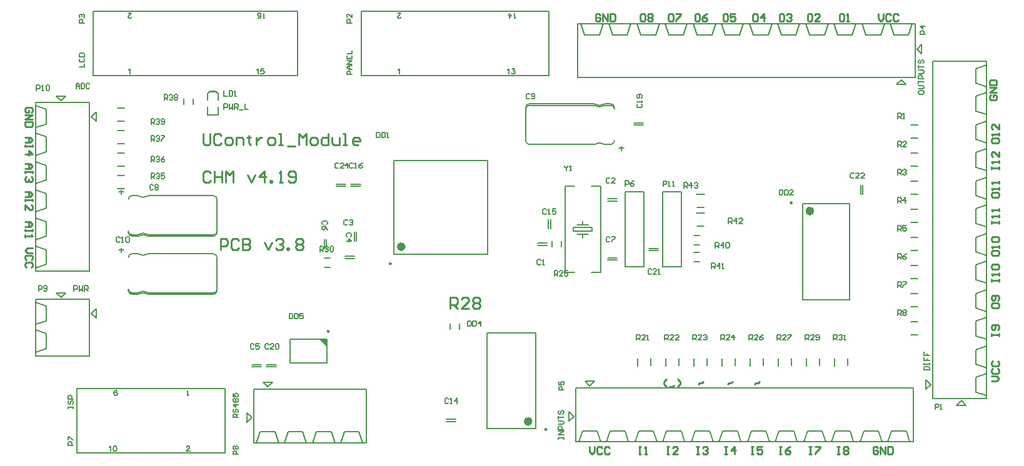
<source format=gto>
G04 Layer_Color=65535*
%FSAX42Y42*%
%MOMM*%
G71*
G01*
G75*
%ADD10C,0.60*%
%ADD11C,0.25*%
%ADD12C,0.13*%
%ADD13C,0.20*%
%ADD14C,0.25*%
G36*
X007257Y006610D02*
X007157Y006710D01*
X007257Y006710D01*
X007257Y006610D01*
X007257Y006610D02*
G37*
D10*
X013831Y008449D02*
G03*
X013831Y008449I-000030J000000D01*
G01*
X008295Y007965D02*
G03*
X008295Y007965I-000030J000000D01*
G01*
X010014Y005597D02*
G03*
X010014Y005597I-000030J000000D01*
G01*
D11*
X013558Y008561D02*
G03*
X013558Y008561I-000012J000000D01*
G01*
X008130Y007735D02*
G03*
X008130Y007735I-000012J000000D01*
G01*
X007289Y006820D02*
G03*
X007289Y006820I-000012J000000D01*
G01*
X010236Y005490D02*
G03*
X010236Y005490I-000012J000000D01*
G01*
D12*
X004815Y008136D02*
G03*
X004727Y008136I-000044J-000070D01*
G01*
X004698Y008128D02*
G03*
X004727Y008136I000000J000053D01*
G01*
X004571Y008174D02*
G03*
X004621Y008128I000048J000002D01*
G01*
X004815Y008136D02*
G03*
X004844Y008128I000028J000045D01*
G01*
X005721Y008128D02*
G03*
X005771Y008174I000002J000048D01*
G01*
X004815Y008116D02*
G03*
X004727Y008116I-000044J-000064D01*
G01*
X004571Y008157D02*
G03*
X004621Y008107I000050J000000D01*
G01*
X004815Y008116D02*
G03*
X004844Y008107I000028J000041D01*
G01*
X004698Y008107D02*
G03*
X004727Y008116I000000J000050D01*
G01*
X005721Y008107D02*
G03*
X005771Y008157I000000J000050D01*
G01*
X004727Y008648D02*
G03*
X004815Y008648I000044J000064D01*
G01*
X004727Y008648D02*
G03*
X004698Y008657I-000029J-000041D01*
G01*
X004621Y008657D02*
G03*
X004571Y008607I000000J-000050D01*
G01*
X004844Y008657D02*
G03*
X004815Y008648I000000J-000050D01*
G01*
X005771Y008607D02*
G03*
X005721Y008657I-000050J000000D01*
G01*
X004815Y007349D02*
G03*
X004727Y007349I-000044J-000070D01*
G01*
X004698Y007340D02*
G03*
X004727Y007349I000000J000053D01*
G01*
X004571Y007387D02*
G03*
X004621Y007340I000048J000002D01*
G01*
X004815Y007349D02*
G03*
X004844Y007340I000028J000045D01*
G01*
X005721Y007340D02*
G03*
X005771Y007387I000002J000048D01*
G01*
X004815Y007329D02*
G03*
X004727Y007329I-000044J-000064D01*
G01*
X004571Y007370D02*
G03*
X004621Y007320I000050J000000D01*
G01*
X004815Y007329D02*
G03*
X004844Y007320I000028J000041D01*
G01*
X004698Y007320D02*
G03*
X004727Y007329I000000J000050D01*
G01*
X005721Y007320D02*
G03*
X005771Y007370I000000J000050D01*
G01*
X004727Y007861D02*
G03*
X004815Y007861I000044J000064D01*
G01*
X004727Y007861D02*
G03*
X004698Y007870I-000029J-000041D01*
G01*
X004621Y007870D02*
G03*
X004571Y007820I000000J-000050D01*
G01*
X004844Y007870D02*
G03*
X004815Y007861I000000J-000050D01*
G01*
X005771Y007820D02*
G03*
X005721Y007870I-000050J000000D01*
G01*
X010907Y009873D02*
G03*
X010996Y009873I000044J000070D01*
G01*
X011025Y009881D02*
G03*
X010996Y009873I-000000J-000053D01*
G01*
X011152Y009834D02*
G03*
X011102Y009881I-000048J-000002D01*
G01*
X010907Y009873D02*
G03*
X010879Y009881I-000028J-000045D01*
G01*
X010002Y009881D02*
G03*
X009952Y009834I-000002J-000048D01*
G01*
X010907Y009893D02*
G03*
X010996Y009893I000044J000064D01*
G01*
X011152Y009852D02*
G03*
X011102Y009902I-000050J000000D01*
G01*
X010907Y009893D02*
G03*
X010879Y009902I-000028J-000041D01*
G01*
X011025Y009902D02*
G03*
X010996Y009893I000000J-000050D01*
G01*
X010002Y009902D02*
G03*
X009952Y009852I000000J-000050D01*
G01*
X010996Y009360D02*
G03*
X010907Y009360I-000044J-000064D01*
G01*
X010996Y009360D02*
G03*
X011025Y009351I000029J000041D01*
G01*
X011102Y009351D02*
G03*
X011152Y009402I000000J000050D01*
G01*
X010879Y009351D02*
G03*
X010907Y009360I000000J000050D01*
G01*
X009952Y009402D02*
G03*
X010002Y009351I000050J000000D01*
G01*
X003463Y007726D02*
X003463Y007926D01*
X003313Y007976D02*
X003463Y007926D01*
X003313Y007676D02*
X003463Y007726D01*
X003463Y008107D02*
X003463Y008307D01*
X003313Y008357D02*
X003463Y008307D01*
X003313Y008057D02*
X003463Y008107D01*
X003463Y008869D02*
X003463Y009069D01*
X003313Y009119D02*
X003463Y009069D01*
X003313Y008819D02*
X003463Y008869D01*
X003463Y008488D02*
X003463Y008688D01*
X003313Y008738D02*
X003463Y008688D01*
X003313Y008438D02*
X003463Y008488D01*
X003463Y009253D02*
X003463Y009453D01*
X003313Y009503D02*
X003463Y009453D01*
X003313Y009203D02*
X003463Y009253D01*
X003463Y009628D02*
X003463Y009828D01*
X003313Y009878D02*
X003463Y009828D01*
X003313Y009578D02*
X003463Y009628D01*
X003313Y007633D02*
X004043Y007633D01*
X003313Y007633D02*
X003313Y009919D01*
X004043Y009919D01*
X004043Y007633D02*
X004043Y009919D01*
X004072Y009728D02*
X004135Y009665D01*
X004135Y009792D01*
X004072Y009728D02*
X004135Y009792D01*
X003658Y009944D02*
X003721Y010008D01*
X003594Y010008D02*
X003721Y010008D01*
X003594Y010008D02*
X003658Y009944D01*
X004422Y009233D02*
X004519Y009233D01*
X004420Y009055D02*
X004521Y009055D01*
X004422Y008928D02*
X004519Y008928D01*
X004420Y008750D02*
X004521Y008750D01*
X004422Y009843D02*
X004519Y009843D01*
X004420Y009665D02*
X004521Y009665D01*
X004422Y009538D02*
X004519Y009538D01*
X004420Y009360D02*
X004521Y009360D01*
X015166Y006947D02*
X015263Y006947D01*
X015164Y006769D02*
X015265Y006769D01*
X015166Y007328D02*
X015263Y007328D01*
X015164Y007150D02*
X015265Y007150D01*
X015166Y007709D02*
X015263Y007709D01*
X015164Y007531D02*
X015265Y007531D01*
X015166Y008090D02*
X015263Y008090D01*
X015164Y007912D02*
X015265Y007912D01*
X015166Y008471D02*
X015263Y008471D01*
X015164Y008293D02*
X015265Y008293D01*
X015166Y008852D02*
X015263Y008852D01*
X015164Y008674D02*
X015265Y008674D01*
X015166Y009233D02*
X015263Y009233D01*
X015164Y009055D02*
X015265Y009055D01*
X015166Y009614D02*
X015263Y009614D01*
X015164Y009436D02*
X015265Y009436D01*
X014518Y008672D02*
X014518Y008803D01*
X014488Y008672D02*
X014488Y008803D01*
X008876Y005598D02*
X009006Y005598D01*
X008876Y005628D02*
X009006Y005628D01*
X010110Y008015D02*
X010240Y008015D01*
X010110Y007985D02*
X010240Y007985D01*
X011060Y008585D02*
X011190Y008585D01*
X011060Y008615D02*
X011190Y008615D01*
X007630Y008037D02*
X007630Y008168D01*
X007660Y008037D02*
X007660Y008168D01*
X007504Y007838D02*
X007634Y007838D01*
X007504Y007808D02*
X007634Y007808D01*
X006242Y006335D02*
X006372Y006335D01*
X006242Y006365D02*
X006372Y006365D01*
X007254Y007936D02*
X007254Y008066D01*
X007224Y007936D02*
X007224Y008066D01*
X011060Y007815D02*
X011190Y007815D01*
X011060Y007785D02*
X011190Y007785D01*
X004571Y008157D02*
X004571Y008171D01*
X005771Y008157D02*
X005771Y008171D01*
X004621Y008128D02*
X004698Y008128D01*
X005771Y008174D02*
X005771Y008607D01*
X004844Y008128D02*
X005721Y008128D01*
X004621Y008107D02*
X004698Y008107D01*
X004844Y008107D02*
X005721Y008107D01*
X004621Y008657D02*
X004698Y008657D01*
X004844Y008657D02*
X005721Y008657D01*
X004571Y007370D02*
X004571Y007384D01*
X005771Y007370D02*
X005771Y007384D01*
X004621Y007340D02*
X004698Y007340D01*
X005771Y007387D02*
X005771Y007820D01*
X004844Y007340D02*
X005721Y007340D01*
X004621Y007320D02*
X004698Y007320D01*
X004844Y007320D02*
X005721Y007320D01*
X004621Y007870D02*
X004698Y007870D01*
X004844Y007870D02*
X005721Y007870D01*
X010260Y008210D02*
X010260Y008340D01*
X010290Y008210D02*
X010290Y008340D01*
X007585Y008785D02*
X007715Y008785D01*
X007585Y008815D02*
X007715Y008815D01*
X011416Y009642D02*
X011546Y009642D01*
X011416Y009612D02*
X011546Y009612D01*
X006442Y006335D02*
X006572Y006335D01*
X006442Y006365D02*
X006572Y006365D01*
X011619Y007940D02*
X011749Y007940D01*
X011619Y007910D02*
X011749Y007910D01*
X007385Y008785D02*
X007515Y008785D01*
X007385Y008815D02*
X007515Y008815D01*
X006757Y006390D02*
X006757Y006710D01*
X007257Y006390D02*
X007257Y006710D01*
X006757Y006390D02*
X007257Y006390D01*
X006757Y006710D02*
X007257Y006710D01*
X005647Y010041D02*
X005667Y010061D01*
X005762Y010061D01*
X005662Y010056D02*
X005680Y010074D01*
X005750Y010074D02*
X005765Y010058D01*
X005762Y010061D02*
X005783Y010041D01*
X005783Y009951D02*
X005783Y010041D01*
X005647Y009951D02*
X005647Y010041D01*
X005647Y009751D02*
X005783Y009751D01*
X005783Y009861D01*
X005647Y009751D02*
X005647Y009861D01*
X005680Y010074D02*
X005750Y010074D01*
X007730Y010281D02*
X007730Y011157D01*
X010270Y010281D02*
X010270Y011157D01*
X007730Y010281D02*
X010270Y010281D01*
X007730Y011157D02*
X010270Y011157D01*
X004092Y011157D02*
X006861Y011157D01*
X004092Y010281D02*
X006861Y010281D01*
X006861Y011157D01*
X004092Y010281D02*
X004092Y011157D01*
X016045Y007133D02*
X016045Y007333D01*
X016045Y007133D02*
X016195Y007083D01*
X016045Y007333D02*
X016195Y007383D01*
X016045Y006758D02*
X016045Y006958D01*
X016045Y006758D02*
X016195Y006708D01*
X016045Y006958D02*
X016195Y007008D01*
X016195Y006668D02*
X016195Y007433D01*
X015465Y006668D02*
X015465Y007433D01*
X015850Y005880D02*
X015913Y005817D01*
X015786Y005817D02*
X015913Y005817D01*
X015786Y005817D02*
X015850Y005880D01*
X015372Y006033D02*
X015436Y006096D01*
X015372Y006033D02*
X015372Y006160D01*
X015436Y006096D01*
X015465Y005906D02*
X015465Y006671D01*
X015465Y005906D02*
X016195Y005906D01*
X016195Y006671D01*
X016045Y006196D02*
X016195Y006246D01*
X016045Y005996D02*
X016195Y005946D01*
X016045Y005996D02*
X016045Y006196D01*
X016045Y006571D02*
X016195Y006621D01*
X016045Y006371D02*
X016195Y006321D01*
X016045Y006371D02*
X016045Y006571D01*
X016045Y007895D02*
X016045Y008095D01*
X016045Y007895D02*
X016195Y007845D01*
X016045Y008095D02*
X016195Y008145D01*
X016045Y007520D02*
X016045Y007720D01*
X016045Y007520D02*
X016195Y007470D01*
X016045Y007720D02*
X016195Y007770D01*
X016195Y007430D02*
X016195Y008195D01*
X015465Y007430D02*
X015465Y008195D01*
X015465Y008192D02*
X015465Y008957D01*
X016195Y008192D02*
X016195Y008957D01*
X016045Y008482D02*
X016195Y008532D01*
X016045Y008282D02*
X016195Y008232D01*
X016045Y008282D02*
X016045Y008482D01*
X016045Y008857D02*
X016195Y008907D01*
X016045Y008657D02*
X016195Y008607D01*
X016045Y008657D02*
X016045Y008857D01*
X016045Y010181D02*
X016045Y010381D01*
X016045Y010181D02*
X016195Y010131D01*
X016045Y010381D02*
X016195Y010431D01*
X016045Y009806D02*
X016045Y010006D01*
X016045Y009806D02*
X016195Y009756D01*
X016045Y010006D02*
X016195Y010056D01*
X015465Y010481D02*
X016195Y010481D01*
X016195Y009716D02*
X016195Y010481D01*
X015465Y009716D02*
X015465Y010481D01*
X015465Y008954D02*
X015465Y009719D01*
X016195Y008954D02*
X016195Y009719D01*
X016045Y009244D02*
X016195Y009294D01*
X016045Y009044D02*
X016195Y008994D01*
X016045Y009044D02*
X016045Y009244D01*
X016045Y009619D02*
X016195Y009669D01*
X016045Y009419D02*
X016195Y009369D01*
X016045Y009419D02*
X016045Y009619D01*
X005878Y005168D02*
X005878Y006044D01*
X003872Y005168D02*
X003872Y006044D01*
X005878Y006044D01*
X003872Y005168D02*
X005878Y005168D01*
X006732Y005455D02*
X006932Y005455D01*
X006682Y005305D02*
X006732Y005455D01*
X006932Y005455D02*
X006982Y005305D01*
X006357Y005455D02*
X006557Y005455D01*
X006307Y005305D02*
X006357Y005455D01*
X006557Y005455D02*
X006607Y005305D01*
X006267Y005305D02*
X007032Y005305D01*
X006267Y005305D02*
X006267Y006035D01*
X007032Y006035D01*
X006457Y006064D02*
X006521Y006128D01*
X006394Y006128D02*
X006521Y006128D01*
X006394Y006128D02*
X006457Y006064D01*
X006178Y005713D02*
X006241Y005650D01*
X006178Y005587D02*
X006178Y005713D01*
X006178Y005587D02*
X006241Y005650D01*
X007029Y006035D02*
X007794Y006035D01*
X007029Y005305D02*
X007794Y005305D01*
X007794Y006035D01*
X007319Y005455D02*
X007369Y005305D01*
X007069Y005305D02*
X007119Y005455D01*
X007319Y005455D01*
X007694Y005455D02*
X007744Y005305D01*
X007444Y005305D02*
X007494Y005455D01*
X007694Y005455D01*
X003594Y007341D02*
X003658Y007277D01*
X003594Y007341D02*
X003721Y007341D01*
X003658Y007277D02*
X003721Y007341D01*
X004072Y007061D02*
X004135Y007125D01*
X004135Y006998D02*
X004135Y007125D01*
X004072Y007061D02*
X004135Y006998D01*
X004043Y006486D02*
X004043Y007252D01*
X003313Y007252D02*
X004043Y007252D01*
X003313Y006486D02*
X003313Y007252D01*
X003313Y006486D02*
X004043Y006486D01*
X003313Y006911D02*
X003463Y006961D01*
X003313Y007211D02*
X003463Y007161D01*
X003463Y006961D02*
X003463Y007161D01*
X003313Y006536D02*
X003463Y006586D01*
X003313Y006836D02*
X003463Y006786D01*
X003463Y006586D02*
X003463Y006786D01*
X010311Y007962D02*
X010311Y008038D01*
X010439Y007962D02*
X010439Y008038D01*
X007226Y007811D02*
X007303Y007811D01*
X007226Y007683D02*
X007303Y007683D01*
X005321Y009893D02*
X005321Y009969D01*
X005448Y009893D02*
X005448Y009969D01*
X010484Y008784D02*
X010611Y008784D01*
X010484Y007616D02*
X010484Y008784D01*
X010725Y008264D02*
X010725Y008314D01*
X010649Y008264D02*
X010801Y008264D01*
X010598Y008175D02*
X010598Y008225D01*
X010852Y008225D01*
X010852Y008175D02*
X010852Y008225D01*
X010598Y008175D02*
X010852Y008175D01*
X010649Y008136D02*
X010801Y008136D01*
X010725Y008086D02*
X010725Y008136D01*
X010839Y008784D02*
X010966Y008784D01*
X010839Y007616D02*
X010966Y007616D01*
X010484Y007616D02*
X010611Y007616D01*
X010966Y007616D02*
X010966Y008784D01*
X014143Y005469D02*
X014343Y005469D01*
X014093Y005319D02*
X014143Y005469D01*
X014343Y005469D02*
X014393Y005319D01*
X013768Y005469D02*
X013968Y005469D01*
X013718Y005319D02*
X013768Y005469D01*
X013968Y005469D02*
X014018Y005319D01*
X013678Y005319D02*
X014443Y005319D01*
X013678Y006049D02*
X014443Y006049D01*
X014440Y006049D02*
X015205Y006049D01*
X014440Y005319D02*
X015205Y005319D01*
X015205Y006049D01*
X014730Y005469D02*
X014780Y005319D01*
X014480Y005319D02*
X014530Y005469D01*
X014730Y005469D01*
X015105Y005469D02*
X015155Y005319D01*
X014855Y005319D02*
X014905Y005469D01*
X015105Y005469D01*
X013381Y005469D02*
X013581Y005469D01*
X013331Y005319D02*
X013381Y005469D01*
X013581Y005469D02*
X013631Y005319D01*
X013006Y005469D02*
X013206Y005469D01*
X012956Y005319D02*
X013006Y005469D01*
X013206Y005469D02*
X013256Y005319D01*
X012916Y005319D02*
X013681Y005319D01*
X012916Y006049D02*
X013681Y006049D01*
X012154Y006049D02*
X012919Y006049D01*
X012154Y005319D02*
X012919Y005319D01*
X012444Y005469D02*
X012494Y005319D01*
X012194Y005319D02*
X012244Y005469D01*
X012444Y005469D01*
X012819Y005469D02*
X012869Y005319D01*
X012569Y005319D02*
X012619Y005469D01*
X012819Y005469D01*
X011095Y005469D02*
X011295Y005469D01*
X011045Y005319D02*
X011095Y005469D01*
X011295Y005469D02*
X011345Y005319D01*
X010720Y005469D02*
X010920Y005469D01*
X010670Y005319D02*
X010720Y005469D01*
X010920Y005469D02*
X010970Y005319D01*
X010630Y005319D02*
X011395Y005319D01*
X010630Y005319D02*
X010630Y006049D01*
X011395Y006049D01*
X010820Y006078D02*
X010884Y006142D01*
X010757Y006142D02*
X010884Y006142D01*
X010757Y006142D02*
X010820Y006078D01*
X010541Y005728D02*
X010604Y005664D01*
X010541Y005601D02*
X010541Y005728D01*
X010541Y005601D02*
X010604Y005664D01*
X011392Y006049D02*
X012157Y006049D01*
X011392Y005319D02*
X012157Y005319D01*
X011682Y005469D02*
X011732Y005319D01*
X011432Y005319D02*
X011482Y005469D01*
X011682Y005469D01*
X012057Y005469D02*
X012107Y005319D01*
X011807Y005319D02*
X011857Y005469D01*
X012057Y005469D01*
X011514Y010838D02*
X011714Y010838D01*
X011764Y010988D01*
X011464Y010988D02*
X011514Y010838D01*
X011889Y010838D02*
X012089Y010838D01*
X012139Y010988D01*
X011839Y010988D02*
X011889Y010838D01*
X011414Y010988D02*
X012179Y010988D01*
X011414Y010258D02*
X012179Y010258D01*
X010652Y010258D02*
X011417Y010258D01*
X010652Y010988D02*
X011417Y010988D01*
X010652Y010258D02*
X010652Y010988D01*
X011077Y010988D02*
X011127Y010838D01*
X011327Y010838D02*
X011377Y010988D01*
X011127Y010838D02*
X011327Y010838D01*
X010702Y010988D02*
X010752Y010838D01*
X010952Y010838D02*
X011002Y010988D01*
X010752Y010838D02*
X010952Y010838D01*
X012276Y010838D02*
X012476Y010838D01*
X012526Y010988D01*
X012226Y010988D02*
X012276Y010838D01*
X012651Y010838D02*
X012851Y010838D01*
X012901Y010988D01*
X012601Y010988D02*
X012651Y010838D01*
X012176Y010988D02*
X012941Y010988D01*
X012176Y010258D02*
X012941Y010258D01*
X012938Y010258D02*
X013703Y010258D01*
X012938Y010988D02*
X013703Y010988D01*
X013363Y010988D02*
X013413Y010838D01*
X013613Y010838D02*
X013663Y010988D01*
X013413Y010838D02*
X013613Y010838D01*
X012988Y010988D02*
X013038Y010838D01*
X013238Y010838D02*
X013288Y010988D01*
X013038Y010838D02*
X013238Y010838D01*
X014562Y010838D02*
X014762Y010838D01*
X014812Y010988D01*
X014512Y010988D02*
X014562Y010838D01*
X014937Y010838D02*
X015137Y010838D01*
X015187Y010988D01*
X014887Y010988D02*
X014937Y010838D01*
X014462Y010988D02*
X015227Y010988D01*
X015227Y010258D02*
X015227Y010988D01*
X014462Y010258D02*
X015227Y010258D01*
X014973Y010165D02*
X015037Y010229D01*
X014973Y010165D02*
X015100Y010165D01*
X015037Y010229D02*
X015100Y010165D01*
X015253Y010643D02*
X015316Y010579D01*
X015316Y010706D01*
X015253Y010643D02*
X015316Y010706D01*
X013700Y010258D02*
X014465Y010258D01*
X013700Y010988D02*
X014465Y010988D01*
X014125Y010988D02*
X014175Y010838D01*
X014375Y010838D02*
X014425Y010988D01*
X014175Y010838D02*
X014375Y010838D01*
X013750Y010988D02*
X013800Y010838D01*
X014000Y010838D02*
X014050Y010988D01*
X013800Y010838D02*
X014000Y010838D01*
X014135Y006350D02*
X014135Y006452D01*
X014313Y006353D02*
X014313Y006449D01*
X013754Y006350D02*
X013754Y006452D01*
X013932Y006353D02*
X013932Y006449D01*
X013373Y006350D02*
X013373Y006452D01*
X013551Y006353D02*
X013551Y006449D01*
X012992Y006350D02*
X012992Y006452D01*
X013170Y006353D02*
X013170Y006449D01*
X012611Y006350D02*
X012611Y006452D01*
X012789Y006353D02*
X012789Y006449D01*
X012230Y006350D02*
X012230Y006452D01*
X012408Y006353D02*
X012408Y006449D01*
X011849Y006350D02*
X011849Y006452D01*
X012027Y006353D02*
X012027Y006449D01*
X011468Y006350D02*
X011468Y006452D01*
X011646Y006353D02*
X011646Y006449D01*
X011152Y009837D02*
X011152Y009852D01*
X009952Y009837D02*
X009952Y009852D01*
X011025Y009881D02*
X011102Y009881D01*
X009952Y009402D02*
X009952Y009834D01*
X010002Y009881D02*
X010879Y009881D01*
X011025Y009902D02*
X011102Y009902D01*
X010002Y009902D02*
X010879Y009902D01*
X011025Y009351D02*
X011102Y009351D01*
X010002Y009351D02*
X010879Y009351D01*
X012268Y008674D02*
X012370Y008674D01*
X012271Y008496D02*
X012367Y008496D01*
X012268Y008420D02*
X012370Y008420D01*
X012271Y008242D02*
X012367Y008242D01*
X012230Y008115D02*
X012306Y008115D01*
X012230Y007988D02*
X012306Y007988D01*
X012230Y007887D02*
X012306Y007887D01*
X012230Y007760D02*
X012306Y007760D01*
X008928Y006845D02*
X008928Y006921D01*
X009055Y006845D02*
X009055Y006921D01*
X003861Y010109D02*
X003861Y010156D01*
X003884Y010179D01*
X003907Y010156D01*
X003907Y010109D01*
X003907Y010144D01*
X003861Y010144D01*
X003931Y010179D02*
X003931Y010109D01*
X003966Y010109D01*
X003977Y010121D01*
X003977Y010168D01*
X003966Y010179D01*
X003931Y010179D01*
X004047Y010168D02*
X004036Y010179D01*
X004012Y010179D01*
X004001Y010168D01*
X004001Y010121D01*
X004012Y010109D01*
X004036Y010109D01*
X004047Y010121D01*
X003327Y010084D02*
X003327Y010154D01*
X003362Y010154D01*
X003374Y010142D01*
X003374Y010119D01*
X003362Y010107D01*
X003327Y010107D01*
X003397Y010084D02*
X003421Y010084D01*
X003409Y010084D01*
X003409Y010154D01*
X003397Y010142D01*
X003456Y010142D02*
X003467Y010154D01*
X003491Y010154D01*
X003502Y010142D01*
X003502Y010095D01*
X003491Y010084D01*
X003467Y010084D01*
X003456Y010095D01*
X003456Y010142D01*
X004877Y009119D02*
X004877Y009189D01*
X004912Y009189D01*
X004923Y009177D01*
X004923Y009154D01*
X004912Y009142D01*
X004877Y009142D01*
X004900Y009142D02*
X004923Y009119D01*
X004947Y009177D02*
X004958Y009189D01*
X004982Y009189D01*
X004993Y009177D01*
X004993Y009165D01*
X004982Y009154D01*
X004970Y009154D01*
X004982Y009154D01*
X004993Y009142D01*
X004993Y009130D01*
X004982Y009119D01*
X004958Y009119D01*
X004947Y009130D01*
X005063Y009189D02*
X005040Y009177D01*
X005017Y009154D01*
X005017Y009130D01*
X005028Y009119D01*
X005052Y009119D01*
X005063Y009130D01*
X005063Y009142D01*
X005052Y009154D01*
X005017Y009154D01*
X004877Y008890D02*
X004877Y008960D01*
X004912Y008960D01*
X004923Y008948D01*
X004923Y008925D01*
X004912Y008913D01*
X004877Y008913D01*
X004900Y008913D02*
X004923Y008890D01*
X004947Y008948D02*
X004958Y008960D01*
X004982Y008960D01*
X004993Y008948D01*
X004993Y008937D01*
X004982Y008925D01*
X004970Y008925D01*
X004982Y008925D01*
X004993Y008913D01*
X004993Y008902D01*
X004982Y008890D01*
X004958Y008890D01*
X004947Y008902D01*
X005063Y008960D02*
X005017Y008960D01*
X005017Y008925D01*
X005040Y008937D01*
X005052Y008937D01*
X005063Y008925D01*
X005063Y008902D01*
X005052Y008890D01*
X005028Y008890D01*
X005017Y008902D01*
X013388Y008739D02*
X013388Y008669D01*
X013423Y008669D01*
X013435Y008681D01*
X013435Y008727D01*
X013423Y008739D01*
X013388Y008739D01*
X013458Y008739D02*
X013458Y008669D01*
X013493Y008669D01*
X013505Y008681D01*
X013505Y008727D01*
X013493Y008739D01*
X013458Y008739D01*
X013575Y008669D02*
X013528Y008669D01*
X013575Y008716D01*
X013575Y008727D01*
X013563Y008739D01*
X013540Y008739D01*
X013528Y008727D01*
X004877Y009627D02*
X004877Y009697D01*
X004912Y009697D01*
X004923Y009685D01*
X004923Y009662D01*
X004912Y009650D01*
X004877Y009650D01*
X004900Y009650D02*
X004923Y009627D01*
X004947Y009685D02*
X004958Y009697D01*
X004982Y009697D01*
X004993Y009685D01*
X004993Y009673D01*
X004982Y009662D01*
X004970Y009662D01*
X004982Y009662D01*
X004993Y009650D01*
X004993Y009638D01*
X004982Y009627D01*
X004958Y009627D01*
X004947Y009638D01*
X005017Y009638D02*
X005028Y009627D01*
X005052Y009627D01*
X005063Y009638D01*
X005063Y009685D01*
X005052Y009697D01*
X005028Y009697D01*
X005017Y009685D01*
X005017Y009673D01*
X005028Y009662D01*
X005063Y009662D01*
X004877Y009398D02*
X004877Y009468D01*
X004912Y009468D01*
X004923Y009456D01*
X004923Y009433D01*
X004912Y009421D01*
X004877Y009421D01*
X004900Y009421D02*
X004923Y009398D01*
X004947Y009456D02*
X004958Y009468D01*
X004982Y009468D01*
X004993Y009456D01*
X004993Y009445D01*
X004982Y009433D01*
X004970Y009433D01*
X004982Y009433D01*
X004993Y009421D01*
X004993Y009410D01*
X004982Y009398D01*
X004958Y009398D01*
X004947Y009410D01*
X005017Y009468D02*
X005063Y009468D01*
X005063Y009456D01*
X005017Y009410D01*
X005017Y009398D01*
X014991Y007036D02*
X014991Y007106D01*
X015026Y007106D01*
X015038Y007094D01*
X015038Y007071D01*
X015026Y007059D01*
X014991Y007059D01*
X015014Y007059D02*
X015038Y007036D01*
X015061Y007094D02*
X015073Y007106D01*
X015096Y007106D01*
X015108Y007094D01*
X015108Y007082D01*
X015096Y007071D01*
X015108Y007059D01*
X015108Y007047D01*
X015096Y007036D01*
X015073Y007036D01*
X015061Y007047D01*
X015061Y007059D01*
X015073Y007071D01*
X015061Y007082D01*
X015061Y007094D01*
X015073Y007071D02*
X015096Y007071D01*
X014991Y007417D02*
X014991Y007487D01*
X015026Y007487D01*
X015038Y007475D01*
X015038Y007452D01*
X015026Y007440D01*
X014991Y007440D01*
X015014Y007440D02*
X015038Y007417D01*
X015061Y007487D02*
X015108Y007487D01*
X015108Y007475D01*
X015061Y007428D01*
X015061Y007417D01*
X014991Y007798D02*
X014991Y007868D01*
X015026Y007868D01*
X015038Y007856D01*
X015038Y007833D01*
X015026Y007821D01*
X014991Y007821D01*
X015014Y007821D02*
X015038Y007798D01*
X015108Y007868D02*
X015084Y007856D01*
X015061Y007833D01*
X015061Y007809D01*
X015073Y007798D01*
X015096Y007798D01*
X015108Y007809D01*
X015108Y007821D01*
X015096Y007833D01*
X015061Y007833D01*
X014991Y008179D02*
X014991Y008249D01*
X015026Y008249D01*
X015038Y008237D01*
X015038Y008214D01*
X015026Y008202D01*
X014991Y008202D01*
X015014Y008202D02*
X015038Y008179D01*
X015108Y008249D02*
X015061Y008249D01*
X015061Y008214D01*
X015084Y008225D01*
X015096Y008225D01*
X015108Y008214D01*
X015108Y008190D01*
X015096Y008179D01*
X015073Y008179D01*
X015061Y008190D01*
X014991Y008560D02*
X014991Y008630D01*
X015026Y008630D01*
X015038Y008618D01*
X015038Y008595D01*
X015026Y008583D01*
X014991Y008583D01*
X015014Y008583D02*
X015038Y008560D01*
X015096Y008560D02*
X015096Y008630D01*
X015061Y008595D01*
X015108Y008595D01*
X014991Y008941D02*
X014991Y009011D01*
X015026Y009011D01*
X015038Y008999D01*
X015038Y008976D01*
X015026Y008964D01*
X014991Y008964D01*
X015014Y008964D02*
X015038Y008941D01*
X015061Y008999D02*
X015073Y009011D01*
X015096Y009011D01*
X015108Y008999D01*
X015108Y008987D01*
X015096Y008976D01*
X015084Y008976D01*
X015096Y008976D01*
X015108Y008964D01*
X015108Y008952D01*
X015096Y008941D01*
X015073Y008941D01*
X015061Y008952D01*
X014991Y009322D02*
X014991Y009392D01*
X015026Y009392D01*
X015038Y009380D01*
X015038Y009357D01*
X015026Y009345D01*
X014991Y009345D01*
X015014Y009345D02*
X015038Y009322D01*
X015108Y009322D02*
X015061Y009322D01*
X015108Y009368D01*
X015108Y009380D01*
X015096Y009392D01*
X015073Y009392D01*
X015061Y009380D01*
X014991Y009703D02*
X014991Y009773D01*
X015026Y009773D01*
X015038Y009761D01*
X015038Y009738D01*
X015026Y009726D01*
X014991Y009726D01*
X015014Y009726D02*
X015038Y009703D01*
X015061Y009703D02*
X015084Y009703D01*
X015073Y009703D01*
X015073Y009773D01*
X015061Y009761D01*
X014398Y008953D02*
X014386Y008965D01*
X014363Y008965D01*
X014351Y008953D01*
X014351Y008907D01*
X014363Y008895D01*
X014386Y008895D01*
X014398Y008907D01*
X014468Y008895D02*
X014421Y008895D01*
X014468Y008942D01*
X014468Y008953D01*
X014456Y008965D01*
X014433Y008965D01*
X014421Y008953D01*
X014538Y008895D02*
X014491Y008895D01*
X014538Y008942D01*
X014538Y008953D01*
X014526Y008965D01*
X014503Y008965D01*
X014491Y008953D01*
X008906Y005900D02*
X008895Y005912D01*
X008871Y005912D01*
X008860Y005900D01*
X008860Y005854D01*
X008871Y005842D01*
X008895Y005842D01*
X008906Y005854D01*
X008929Y005842D02*
X008953Y005842D01*
X008941Y005842D01*
X008941Y005912D01*
X008929Y005900D01*
X009023Y005842D02*
X009023Y005912D01*
X008988Y005877D01*
X009034Y005877D01*
X010156Y007780D02*
X010144Y007792D01*
X010121Y007792D01*
X010109Y007780D01*
X010109Y007733D01*
X010121Y007722D01*
X010144Y007722D01*
X010156Y007733D01*
X010179Y007722D02*
X010203Y007722D01*
X010191Y007722D01*
X010191Y007792D01*
X010179Y007780D01*
X011091Y008887D02*
X011079Y008899D01*
X011056Y008899D01*
X011044Y008887D01*
X011044Y008841D01*
X011056Y008829D01*
X011079Y008829D01*
X011091Y008841D01*
X011161Y008829D02*
X011114Y008829D01*
X011161Y008876D01*
X011161Y008887D01*
X011149Y008899D01*
X011126Y008899D01*
X011114Y008887D01*
X007540Y008318D02*
X007528Y008330D01*
X007505Y008330D01*
X007493Y008318D01*
X007493Y008272D01*
X007505Y008260D01*
X007528Y008260D01*
X007540Y008272D01*
X007563Y008318D02*
X007575Y008330D01*
X007598Y008330D01*
X007610Y008318D01*
X007610Y008307D01*
X007598Y008295D01*
X007586Y008295D01*
X007598Y008295D01*
X007610Y008283D01*
X007610Y008272D01*
X007598Y008260D01*
X007575Y008260D01*
X007563Y008272D01*
X007578Y008102D02*
X007589Y008113D01*
X007589Y008137D01*
X007578Y008148D01*
X007531Y008148D01*
X007519Y008137D01*
X007519Y008113D01*
X007531Y008102D01*
X007519Y008043D02*
X007589Y008043D01*
X007554Y008078D01*
X007554Y008032D01*
X006272Y006637D02*
X006261Y006649D01*
X006237Y006649D01*
X006226Y006637D01*
X006226Y006590D01*
X006237Y006579D01*
X006261Y006579D01*
X006272Y006590D01*
X006342Y006649D02*
X006296Y006649D01*
X006296Y006614D01*
X006319Y006625D01*
X006331Y006625D01*
X006342Y006614D01*
X006342Y006590D01*
X006331Y006579D01*
X006307Y006579D01*
X006296Y006590D01*
X007254Y008266D02*
X007266Y008278D01*
X007266Y008301D01*
X007254Y008313D01*
X007207Y008313D01*
X007196Y008301D01*
X007196Y008278D01*
X007207Y008266D01*
X007266Y008196D02*
X007254Y008220D01*
X007231Y008243D01*
X007207Y008243D01*
X007196Y008231D01*
X007196Y008208D01*
X007207Y008196D01*
X007219Y008196D01*
X007231Y008208D01*
X007231Y008243D01*
X011091Y008087D02*
X011079Y008099D01*
X011056Y008099D01*
X011044Y008087D01*
X011044Y008041D01*
X011056Y008029D01*
X011079Y008029D01*
X011091Y008041D01*
X011114Y008099D02*
X011161Y008099D01*
X011161Y008087D01*
X011114Y008041D01*
X011114Y008029D01*
X004907Y008796D02*
X004896Y008808D01*
X004872Y008808D01*
X004861Y008796D01*
X004861Y008749D01*
X004872Y008738D01*
X004896Y008738D01*
X004907Y008749D01*
X004931Y008796D02*
X004942Y008808D01*
X004966Y008808D01*
X004977Y008796D01*
X004977Y008784D01*
X004966Y008773D01*
X004977Y008761D01*
X004977Y008749D01*
X004966Y008738D01*
X004942Y008738D01*
X004931Y008749D01*
X004931Y008761D01*
X004942Y008773D01*
X004931Y008784D01*
X004931Y008796D01*
X004942Y008773D02*
X004966Y008773D01*
X004456Y008085D02*
X004444Y008096D01*
X004421Y008096D01*
X004409Y008085D01*
X004409Y008038D01*
X004421Y008026D01*
X004444Y008026D01*
X004456Y008038D01*
X004479Y008026D02*
X004503Y008026D01*
X004491Y008026D01*
X004491Y008096D01*
X004479Y008085D01*
X004538Y008085D02*
X004549Y008096D01*
X004573Y008096D01*
X004584Y008085D01*
X004584Y008038D01*
X004573Y008026D01*
X004549Y008026D01*
X004538Y008038D01*
X004538Y008085D01*
X010232Y008466D02*
X010220Y008477D01*
X010197Y008477D01*
X010185Y008466D01*
X010185Y008419D01*
X010197Y008407D01*
X010220Y008407D01*
X010232Y008419D01*
X010255Y008407D02*
X010279Y008407D01*
X010267Y008407D01*
X010267Y008477D01*
X010255Y008466D01*
X010360Y008477D02*
X010314Y008477D01*
X010314Y008442D01*
X010337Y008454D01*
X010349Y008454D01*
X010360Y008442D01*
X010360Y008419D01*
X010349Y008407D01*
X010325Y008407D01*
X010314Y008419D01*
X007613Y009088D02*
X007602Y009100D01*
X007578Y009100D01*
X007567Y009088D01*
X007567Y009041D01*
X007578Y009030D01*
X007602Y009030D01*
X007613Y009041D01*
X007637Y009030D02*
X007660Y009030D01*
X007648Y009030D01*
X007648Y009100D01*
X007637Y009088D01*
X007742Y009100D02*
X007718Y009088D01*
X007695Y009065D01*
X007695Y009041D01*
X007707Y009030D01*
X007730Y009030D01*
X007742Y009041D01*
X007742Y009053D01*
X007730Y009065D01*
X007695Y009065D01*
X011472Y009898D02*
X011461Y009887D01*
X011461Y009863D01*
X011472Y009852D01*
X011519Y009852D01*
X011531Y009863D01*
X011531Y009887D01*
X011519Y009898D01*
X011531Y009922D02*
X011531Y009945D01*
X011531Y009933D01*
X011461Y009933D01*
X011472Y009922D01*
X011519Y009980D02*
X011531Y009992D01*
X011531Y010015D01*
X011519Y010027D01*
X011472Y010027D01*
X011461Y010015D01*
X011461Y009992D01*
X011472Y009980D01*
X011484Y009980D01*
X011496Y009992D01*
X011496Y010027D01*
X006470Y006637D02*
X006459Y006649D01*
X006435Y006649D01*
X006424Y006637D01*
X006424Y006590D01*
X006435Y006579D01*
X006459Y006579D01*
X006470Y006590D01*
X006540Y006579D02*
X006494Y006579D01*
X006540Y006625D01*
X006540Y006637D01*
X006529Y006649D01*
X006505Y006649D01*
X006494Y006637D01*
X006564Y006637D02*
X006575Y006649D01*
X006599Y006649D01*
X006610Y006637D01*
X006610Y006590D01*
X006599Y006579D01*
X006575Y006579D01*
X006564Y006590D01*
X006564Y006637D01*
X011654Y007653D02*
X011643Y007665D01*
X011619Y007665D01*
X011608Y007653D01*
X011608Y007606D01*
X011619Y007595D01*
X011643Y007595D01*
X011654Y007606D01*
X011724Y007595D02*
X011678Y007595D01*
X011724Y007641D01*
X011724Y007653D01*
X011713Y007665D01*
X011689Y007665D01*
X011678Y007653D01*
X011748Y007595D02*
X011771Y007595D01*
X011759Y007595D01*
X011759Y007665D01*
X011748Y007653D01*
X007415Y009088D02*
X007404Y009100D01*
X007380Y009100D01*
X007369Y009088D01*
X007369Y009041D01*
X007380Y009030D01*
X007404Y009030D01*
X007415Y009041D01*
X007485Y009030D02*
X007439Y009030D01*
X007485Y009076D01*
X007485Y009088D01*
X007474Y009100D01*
X007450Y009100D01*
X007439Y009088D01*
X007543Y009030D02*
X007543Y009100D01*
X007508Y009065D01*
X007555Y009065D01*
X007932Y009514D02*
X007932Y009444D01*
X007967Y009444D01*
X007979Y009455D01*
X007979Y009502D01*
X007967Y009514D01*
X007932Y009514D01*
X008002Y009514D02*
X008002Y009444D01*
X008037Y009444D01*
X008049Y009455D01*
X008049Y009502D01*
X008037Y009514D01*
X008002Y009514D01*
X008072Y009444D02*
X008096Y009444D01*
X008084Y009444D01*
X008084Y009514D01*
X008072Y009502D01*
X006751Y007058D02*
X006751Y006988D01*
X006786Y006988D01*
X006798Y006999D01*
X006798Y007046D01*
X006786Y007058D01*
X006751Y007058D01*
X006821Y007058D02*
X006821Y006988D01*
X006856Y006988D01*
X006868Y006999D01*
X006868Y007046D01*
X006856Y007058D01*
X006821Y007058D01*
X006938Y007058D02*
X006891Y007058D01*
X006891Y007023D01*
X006915Y007034D01*
X006926Y007034D01*
X006938Y007023D01*
X006938Y006999D01*
X006926Y006988D01*
X006903Y006988D01*
X006891Y006999D01*
X005867Y009830D02*
X005867Y009900D01*
X005902Y009900D01*
X005914Y009888D01*
X005914Y009865D01*
X005902Y009853D01*
X005867Y009853D01*
X005937Y009900D02*
X005937Y009830D01*
X005961Y009853D01*
X005984Y009830D01*
X005984Y009900D01*
X006007Y009830D02*
X006007Y009900D01*
X006042Y009900D01*
X006054Y009888D01*
X006054Y009865D01*
X006042Y009853D01*
X006007Y009853D01*
X006031Y009853D02*
X006054Y009830D01*
X006077Y009818D02*
X006124Y009818D01*
X006147Y009900D02*
X006147Y009830D01*
X006194Y009830D01*
X005867Y010078D02*
X005867Y010008D01*
X005914Y010008D01*
X005937Y010078D02*
X005937Y010008D01*
X005972Y010008D01*
X005984Y010019D01*
X005984Y010066D01*
X005972Y010078D01*
X005937Y010078D01*
X006007Y010008D02*
X006031Y010008D01*
X006019Y010008D01*
X006019Y010078D01*
X006007Y010066D01*
X007600Y010300D02*
X007530Y010300D01*
X007530Y010335D01*
X007542Y010347D01*
X007565Y010347D01*
X007577Y010335D01*
X007577Y010300D01*
X007600Y010370D02*
X007553Y010370D01*
X007530Y010393D01*
X007553Y010417D01*
X007600Y010417D01*
X007565Y010417D01*
X007565Y010370D01*
X007600Y010440D02*
X007530Y010440D01*
X007600Y010487D01*
X007530Y010487D01*
X007530Y010557D02*
X007530Y010510D01*
X007600Y010510D01*
X007600Y010557D01*
X007565Y010510D02*
X007565Y010533D01*
X007530Y010580D02*
X007600Y010580D01*
X007600Y010627D01*
X007600Y011000D02*
X007530Y011000D01*
X007530Y011035D01*
X007542Y011047D01*
X007565Y011047D01*
X007577Y011035D01*
X007577Y011000D01*
X007600Y011117D02*
X007600Y011070D01*
X007553Y011117D01*
X007542Y011117D01*
X007530Y011105D01*
X007530Y011082D01*
X007542Y011070D01*
X003907Y010400D02*
X003977Y010400D01*
X003977Y010447D01*
X003918Y010517D02*
X003907Y010505D01*
X003907Y010482D01*
X003918Y010470D01*
X003965Y010470D01*
X003977Y010482D01*
X003977Y010505D01*
X003965Y010517D01*
X003907Y010540D02*
X003977Y010540D01*
X003977Y010575D01*
X003965Y010587D01*
X003918Y010587D01*
X003907Y010575D01*
X003907Y010540D01*
X003977Y011000D02*
X003907Y011000D01*
X003907Y011035D01*
X003918Y011047D01*
X003942Y011047D01*
X003953Y011035D01*
X003953Y011000D01*
X003918Y011070D02*
X003907Y011082D01*
X003907Y011105D01*
X003918Y011117D01*
X003930Y011117D01*
X003942Y011105D01*
X003942Y011093D01*
X003942Y011105D01*
X003953Y011117D01*
X003965Y011117D01*
X003977Y011105D01*
X003977Y011082D01*
X003965Y011070D01*
X015350Y006295D02*
X015420Y006295D01*
X015420Y006330D01*
X015408Y006342D01*
X015361Y006342D01*
X015350Y006330D01*
X015350Y006295D01*
X015350Y006365D02*
X015350Y006389D01*
X015350Y006377D01*
X015420Y006377D01*
X015420Y006365D01*
X015420Y006389D01*
X015350Y006470D02*
X015350Y006423D01*
X015385Y006423D01*
X015385Y006447D01*
X015385Y006423D01*
X015420Y006423D01*
X015350Y006540D02*
X015350Y006493D01*
X015385Y006493D01*
X015385Y006517D01*
X015385Y006493D01*
X015420Y006493D01*
X015496Y005762D02*
X015496Y005832D01*
X015531Y005832D01*
X015543Y005820D01*
X015543Y005797D01*
X015531Y005785D01*
X015496Y005785D01*
X015566Y005762D02*
X015589Y005762D01*
X015578Y005762D01*
X015578Y005832D01*
X015566Y005820D01*
X011300Y008788D02*
X011300Y008858D01*
X011335Y008858D01*
X011347Y008847D01*
X011347Y008823D01*
X011335Y008812D01*
X011300Y008812D01*
X011417Y008858D02*
X011394Y008847D01*
X011370Y008823D01*
X011370Y008800D01*
X011382Y008788D01*
X011405Y008788D01*
X011417Y008800D01*
X011417Y008812D01*
X011405Y008823D01*
X011370Y008823D01*
X003755Y005775D02*
X003755Y005798D01*
X003755Y005787D01*
X003825Y005787D01*
X003825Y005775D01*
X003825Y005798D01*
X003767Y005880D02*
X003755Y005868D01*
X003755Y005845D01*
X003767Y005833D01*
X003778Y005833D01*
X003790Y005845D01*
X003790Y005868D01*
X003802Y005880D01*
X003813Y005880D01*
X003825Y005868D01*
X003825Y005845D01*
X003813Y005833D01*
X003825Y005903D02*
X003755Y005903D01*
X003755Y005938D01*
X003767Y005950D01*
X003790Y005950D01*
X003802Y005938D01*
X003802Y005903D01*
X003825Y005275D02*
X003755Y005275D01*
X003755Y005310D01*
X003767Y005322D01*
X003790Y005322D01*
X003802Y005310D01*
X003802Y005275D01*
X003755Y005345D02*
X003755Y005392D01*
X003767Y005392D01*
X003813Y005345D01*
X003825Y005345D01*
X006057Y005650D02*
X005987Y005650D01*
X005987Y005685D01*
X005999Y005697D01*
X006022Y005697D01*
X006034Y005685D01*
X006034Y005650D01*
X006034Y005673D02*
X006057Y005697D01*
X005999Y005767D02*
X005987Y005755D01*
X005987Y005732D01*
X005999Y005720D01*
X006010Y005720D01*
X006022Y005732D01*
X006022Y005755D01*
X006034Y005767D01*
X006045Y005767D01*
X006057Y005755D01*
X006057Y005732D01*
X006045Y005720D01*
X006057Y005825D02*
X005987Y005825D01*
X006022Y005790D01*
X006022Y005837D01*
X005999Y005860D02*
X005987Y005872D01*
X005987Y005895D01*
X005999Y005907D01*
X006010Y005907D01*
X006022Y005895D01*
X006034Y005907D01*
X006045Y005907D01*
X006057Y005895D01*
X006057Y005872D01*
X006045Y005860D01*
X006034Y005860D01*
X006022Y005872D01*
X006010Y005860D01*
X005999Y005860D01*
X006022Y005872D02*
X006022Y005895D01*
X005987Y005977D02*
X005987Y005930D01*
X006022Y005930D01*
X006010Y005953D01*
X006010Y005965D01*
X006022Y005977D01*
X006045Y005977D01*
X006057Y005965D01*
X006057Y005942D01*
X006045Y005930D01*
X006057Y005150D02*
X005987Y005150D01*
X005987Y005185D01*
X005999Y005197D01*
X006022Y005197D01*
X006034Y005185D01*
X006034Y005150D01*
X005999Y005220D02*
X005987Y005232D01*
X005987Y005255D01*
X005999Y005267D01*
X006010Y005267D01*
X006022Y005255D01*
X006034Y005267D01*
X006045Y005267D01*
X006057Y005255D01*
X006057Y005232D01*
X006045Y005220D01*
X006034Y005220D01*
X006022Y005232D01*
X006010Y005220D01*
X005999Y005220D01*
X006022Y005232D02*
X006022Y005255D01*
X003835Y007366D02*
X003835Y007436D01*
X003870Y007436D01*
X003882Y007424D01*
X003882Y007401D01*
X003870Y007389D01*
X003835Y007389D01*
X003905Y007436D02*
X003905Y007366D01*
X003929Y007389D01*
X003952Y007366D01*
X003952Y007436D01*
X003975Y007366D02*
X003975Y007436D01*
X004010Y007436D01*
X004022Y007424D01*
X004022Y007401D01*
X004010Y007389D01*
X003975Y007389D01*
X003999Y007389D02*
X004022Y007366D01*
X003353Y007366D02*
X003353Y007436D01*
X003388Y007436D01*
X003399Y007424D01*
X003399Y007401D01*
X003388Y007389D01*
X003353Y007389D01*
X003423Y007378D02*
X003434Y007366D01*
X003458Y007366D01*
X003469Y007378D01*
X003469Y007424D01*
X003458Y007436D01*
X003434Y007436D01*
X003423Y007424D01*
X003423Y007413D01*
X003434Y007401D01*
X003469Y007401D01*
X010338Y007569D02*
X010338Y007639D01*
X010373Y007639D01*
X010384Y007628D01*
X010384Y007604D01*
X010373Y007593D01*
X010338Y007593D01*
X010361Y007593D02*
X010384Y007569D01*
X010454Y007569D02*
X010408Y007569D01*
X010454Y007616D01*
X010454Y007628D01*
X010443Y007639D01*
X010419Y007639D01*
X010408Y007628D01*
X010524Y007639D02*
X010478Y007639D01*
X010478Y007604D01*
X010501Y007616D01*
X010513Y007616D01*
X010524Y007604D01*
X010524Y007581D01*
X010513Y007569D01*
X010489Y007569D01*
X010478Y007581D01*
X007163Y007899D02*
X007163Y007969D01*
X007198Y007969D01*
X007209Y007958D01*
X007209Y007934D01*
X007198Y007923D01*
X007163Y007923D01*
X007186Y007923D02*
X007209Y007899D01*
X007233Y007958D02*
X007244Y007969D01*
X007268Y007969D01*
X007279Y007958D01*
X007279Y007946D01*
X007268Y007934D01*
X007256Y007934D01*
X007268Y007934D01*
X007279Y007923D01*
X007279Y007911D01*
X007268Y007899D01*
X007244Y007899D01*
X007233Y007911D01*
X007303Y007958D02*
X007314Y007969D01*
X007338Y007969D01*
X007349Y007958D01*
X007349Y007911D01*
X007338Y007899D01*
X007314Y007899D01*
X007303Y007911D01*
X007303Y007958D01*
X005055Y009957D02*
X005055Y010027D01*
X005090Y010027D01*
X005101Y010015D01*
X005101Y009992D01*
X005090Y009980D01*
X005055Y009980D01*
X005078Y009980D02*
X005101Y009957D01*
X005125Y010015D02*
X005136Y010027D01*
X005160Y010027D01*
X005171Y010015D01*
X005171Y010003D01*
X005160Y009992D01*
X005148Y009992D01*
X005160Y009992D01*
X005171Y009980D01*
X005171Y009968D01*
X005160Y009957D01*
X005136Y009957D01*
X005125Y009968D01*
X005195Y010015D02*
X005206Y010027D01*
X005230Y010027D01*
X005241Y010015D01*
X005241Y010003D01*
X005230Y009992D01*
X005241Y009980D01*
X005241Y009968D01*
X005230Y009957D01*
X005206Y009957D01*
X005195Y009968D01*
X005195Y009980D01*
X005206Y009992D01*
X005195Y010003D01*
X005195Y010015D01*
X005206Y009992D02*
X005230Y009992D01*
X010478Y009064D02*
X010478Y009052D01*
X010501Y009029D01*
X010524Y009052D01*
X010524Y009064D01*
X010501Y009029D02*
X010501Y008994D01*
X010547Y008994D02*
X010571Y008994D01*
X010559Y008994D01*
X010559Y009064D01*
X010547Y009052D01*
X009167Y006961D02*
X009167Y006891D01*
X009202Y006891D01*
X009214Y006903D01*
X009214Y006949D01*
X009202Y006961D01*
X009167Y006961D01*
X009237Y006961D02*
X009237Y006891D01*
X009272Y006891D01*
X009283Y006903D01*
X009283Y006949D01*
X009272Y006961D01*
X009237Y006961D01*
X009342Y006891D02*
X009342Y006961D01*
X009307Y006926D01*
X009353Y006926D01*
X010395Y005359D02*
X010395Y005383D01*
X010395Y005371D01*
X010465Y005371D01*
X010465Y005359D01*
X010465Y005383D01*
X010465Y005418D02*
X010395Y005418D01*
X010465Y005464D01*
X010395Y005464D01*
X010465Y005488D02*
X010395Y005488D01*
X010395Y005523D01*
X010406Y005534D01*
X010430Y005534D01*
X010441Y005523D01*
X010441Y005488D01*
X010395Y005558D02*
X010453Y005558D01*
X010465Y005569D01*
X010465Y005593D01*
X010453Y005604D01*
X010395Y005604D01*
X010395Y005628D02*
X010395Y005674D01*
X010395Y005651D01*
X010465Y005651D01*
X010406Y005744D02*
X010395Y005733D01*
X010395Y005709D01*
X010406Y005698D01*
X010418Y005698D01*
X010430Y005709D01*
X010430Y005733D01*
X010441Y005744D01*
X010453Y005744D01*
X010465Y005733D01*
X010465Y005709D01*
X010453Y005698D01*
X010470Y006022D02*
X010400Y006022D01*
X010400Y006057D01*
X010412Y006069D01*
X010435Y006069D01*
X010447Y006057D01*
X010447Y006022D01*
X010400Y006139D02*
X010400Y006092D01*
X010435Y006092D01*
X010423Y006116D01*
X010423Y006127D01*
X010435Y006139D01*
X010458Y006139D01*
X010470Y006127D01*
X010470Y006104D01*
X010458Y006092D01*
X015272Y010068D02*
X015272Y010045D01*
X015283Y010033D01*
X015330Y010033D01*
X015342Y010045D01*
X015342Y010068D01*
X015330Y010080D01*
X015283Y010080D01*
X015272Y010068D01*
X015272Y010103D02*
X015330Y010103D01*
X015342Y010115D01*
X015342Y010138D01*
X015330Y010150D01*
X015272Y010150D01*
X015272Y010173D02*
X015272Y010220D01*
X015272Y010196D01*
X015342Y010196D01*
X015342Y010243D02*
X015272Y010243D01*
X015272Y010278D01*
X015283Y010290D01*
X015307Y010290D01*
X015318Y010278D01*
X015318Y010243D01*
X015272Y010313D02*
X015330Y010313D01*
X015342Y010325D01*
X015342Y010348D01*
X015330Y010360D01*
X015272Y010360D01*
X015272Y010383D02*
X015272Y010430D01*
X015272Y010406D01*
X015342Y010406D01*
X015283Y010500D02*
X015272Y010488D01*
X015272Y010465D01*
X015283Y010453D01*
X015295Y010453D01*
X015307Y010465D01*
X015307Y010488D01*
X015318Y010500D01*
X015330Y010500D01*
X015342Y010488D01*
X015342Y010465D01*
X015330Y010453D01*
X015367Y010846D02*
X015297Y010846D01*
X015297Y010881D01*
X015309Y010892D01*
X015332Y010892D01*
X015344Y010881D01*
X015344Y010846D01*
X015367Y010951D02*
X015297Y010951D01*
X015332Y010916D01*
X015332Y010962D01*
X014122Y006701D02*
X014122Y006770D01*
X014157Y006770D01*
X014169Y006759D01*
X014169Y006736D01*
X014157Y006724D01*
X014122Y006724D01*
X014146Y006724D02*
X014169Y006701D01*
X014192Y006759D02*
X014204Y006770D01*
X014227Y006770D01*
X014239Y006759D01*
X014239Y006747D01*
X014227Y006736D01*
X014216Y006736D01*
X014227Y006736D01*
X014239Y006724D01*
X014239Y006712D01*
X014227Y006701D01*
X014204Y006701D01*
X014192Y006712D01*
X014262Y006701D02*
X014286Y006701D01*
X014274Y006701D01*
X014274Y006770D01*
X014262Y006759D01*
X013741Y006701D02*
X013741Y006770D01*
X013776Y006770D01*
X013788Y006759D01*
X013788Y006736D01*
X013776Y006724D01*
X013741Y006724D01*
X013765Y006724D02*
X013788Y006701D01*
X013858Y006701D02*
X013811Y006701D01*
X013858Y006747D01*
X013858Y006759D01*
X013846Y006770D01*
X013823Y006770D01*
X013811Y006759D01*
X013881Y006712D02*
X013893Y006701D01*
X013916Y006701D01*
X013928Y006712D01*
X013928Y006759D01*
X013916Y006770D01*
X013893Y006770D01*
X013881Y006759D01*
X013881Y006747D01*
X013893Y006736D01*
X013928Y006736D01*
X013360Y006701D02*
X013360Y006770D01*
X013395Y006770D01*
X013407Y006759D01*
X013407Y006736D01*
X013395Y006724D01*
X013360Y006724D01*
X013384Y006724D02*
X013407Y006701D01*
X013477Y006701D02*
X013430Y006701D01*
X013477Y006747D01*
X013477Y006759D01*
X013465Y006770D01*
X013442Y006770D01*
X013430Y006759D01*
X013500Y006770D02*
X013547Y006770D01*
X013547Y006759D01*
X013500Y006712D01*
X013500Y006701D01*
X012979Y006701D02*
X012979Y006770D01*
X013014Y006770D01*
X013026Y006759D01*
X013026Y006736D01*
X013014Y006724D01*
X012979Y006724D01*
X013003Y006724D02*
X013026Y006701D01*
X013096Y006701D02*
X013049Y006701D01*
X013096Y006747D01*
X013096Y006759D01*
X013084Y006770D01*
X013061Y006770D01*
X013049Y006759D01*
X013166Y006770D02*
X013143Y006759D01*
X013119Y006736D01*
X013119Y006712D01*
X013131Y006701D01*
X013154Y006701D01*
X013166Y006712D01*
X013166Y006724D01*
X013154Y006736D01*
X013119Y006736D01*
X012598Y006701D02*
X012598Y006770D01*
X012633Y006770D01*
X012645Y006759D01*
X012645Y006736D01*
X012633Y006724D01*
X012598Y006724D01*
X012622Y006724D02*
X012645Y006701D01*
X012715Y006701D02*
X012668Y006701D01*
X012715Y006747D01*
X012715Y006759D01*
X012703Y006770D01*
X012680Y006770D01*
X012668Y006759D01*
X012773Y006701D02*
X012773Y006770D01*
X012738Y006736D01*
X012785Y006736D01*
X012217Y006701D02*
X012217Y006770D01*
X012252Y006770D01*
X012264Y006759D01*
X012264Y006736D01*
X012252Y006724D01*
X012217Y006724D01*
X012241Y006724D02*
X012264Y006701D01*
X012334Y006701D02*
X012287Y006701D01*
X012334Y006747D01*
X012334Y006759D01*
X012322Y006770D01*
X012299Y006770D01*
X012287Y006759D01*
X012357Y006759D02*
X012369Y006770D01*
X012392Y006770D01*
X012404Y006759D01*
X012404Y006747D01*
X012392Y006736D01*
X012381Y006736D01*
X012392Y006736D01*
X012404Y006724D01*
X012404Y006712D01*
X012392Y006701D01*
X012369Y006701D01*
X012357Y006712D01*
X011836Y006701D02*
X011836Y006770D01*
X011871Y006770D01*
X011883Y006759D01*
X011883Y006736D01*
X011871Y006724D01*
X011836Y006724D01*
X011860Y006724D02*
X011883Y006701D01*
X011953Y006701D02*
X011906Y006701D01*
X011953Y006747D01*
X011953Y006759D01*
X011941Y006770D01*
X011918Y006770D01*
X011906Y006759D01*
X012023Y006701D02*
X011976Y006701D01*
X012023Y006747D01*
X012023Y006759D01*
X012011Y006770D01*
X011988Y006770D01*
X011976Y006759D01*
X011455Y006701D02*
X011455Y006770D01*
X011490Y006770D01*
X011502Y006759D01*
X011502Y006736D01*
X011490Y006724D01*
X011455Y006724D01*
X011479Y006724D02*
X011502Y006701D01*
X011572Y006701D02*
X011525Y006701D01*
X011572Y006747D01*
X011572Y006759D01*
X011560Y006770D01*
X011537Y006770D01*
X011525Y006759D01*
X011595Y006701D02*
X011619Y006701D01*
X011607Y006701D01*
X011607Y006770D01*
X011595Y006759D01*
X010003Y010030D02*
X009992Y010042D01*
X009968Y010042D01*
X009957Y010030D01*
X009957Y009984D01*
X009968Y009972D01*
X009992Y009972D01*
X010003Y009984D01*
X010027Y009984D02*
X010038Y009972D01*
X010062Y009972D01*
X010073Y009984D01*
X010073Y010030D01*
X010062Y010042D01*
X010038Y010042D01*
X010027Y010030D01*
X010027Y010019D01*
X010038Y010007D01*
X010073Y010007D01*
X011814Y008786D02*
X011814Y008856D01*
X011849Y008856D01*
X011860Y008844D01*
X011860Y008821D01*
X011849Y008809D01*
X011814Y008809D01*
X011884Y008786D02*
X011907Y008786D01*
X011895Y008786D01*
X011895Y008856D01*
X011884Y008844D01*
X011942Y008786D02*
X011965Y008786D01*
X011953Y008786D01*
X011953Y008856D01*
X011942Y008844D01*
X012700Y008280D02*
X012700Y008350D01*
X012735Y008350D01*
X012747Y008339D01*
X012747Y008315D01*
X012735Y008304D01*
X012700Y008304D01*
X012723Y008304D02*
X012747Y008280D01*
X012805Y008280D02*
X012805Y008350D01*
X012770Y008315D01*
X012817Y008315D01*
X012887Y008280D02*
X012840Y008280D01*
X012887Y008327D01*
X012887Y008339D01*
X012875Y008350D01*
X012852Y008350D01*
X012840Y008339D01*
X012095Y008763D02*
X012095Y008833D01*
X012130Y008833D01*
X012142Y008821D01*
X012142Y008798D01*
X012130Y008786D01*
X012095Y008786D01*
X012119Y008786D02*
X012142Y008763D01*
X012200Y008763D02*
X012200Y008833D01*
X012165Y008798D01*
X012212Y008798D01*
X012235Y008821D02*
X012247Y008833D01*
X012270Y008833D01*
X012282Y008821D01*
X012282Y008810D01*
X012270Y008798D01*
X012259Y008798D01*
X012270Y008798D01*
X012282Y008786D01*
X012282Y008775D01*
X012270Y008763D01*
X012247Y008763D01*
X012235Y008775D01*
X012522Y007950D02*
X012522Y008020D01*
X012557Y008020D01*
X012569Y008009D01*
X012569Y007985D01*
X012557Y007974D01*
X012522Y007974D01*
X012546Y007974D02*
X012569Y007950D01*
X012627Y007950D02*
X012627Y008020D01*
X012592Y007985D01*
X012639Y007985D01*
X012662Y008009D02*
X012674Y008020D01*
X012697Y008020D01*
X012709Y008009D01*
X012709Y007962D01*
X012697Y007950D01*
X012674Y007950D01*
X012662Y007962D01*
X012662Y008009D01*
X012471Y007671D02*
X012471Y007741D01*
X012506Y007741D01*
X012518Y007729D01*
X012518Y007706D01*
X012506Y007694D01*
X012471Y007694D01*
X012495Y007694D02*
X012518Y007671D01*
X012576Y007671D02*
X012576Y007741D01*
X012541Y007706D01*
X012588Y007706D01*
X012611Y007671D02*
X012635Y007671D01*
X012623Y007671D01*
X012623Y007741D01*
X012611Y007729D01*
X004505Y008708D02*
X004445Y008708D01*
X004475Y008738D02*
X004475Y008678D01*
X004505Y007920D02*
X004445Y007920D01*
X004475Y007950D02*
X004475Y007890D01*
X009709Y010363D02*
X009715Y010366D01*
X009725Y010376D01*
X009725Y010306D01*
X009767Y010376D02*
X009803Y010376D01*
X009783Y010350D01*
X009793Y010350D01*
X009800Y010346D01*
X009803Y010343D01*
X009807Y010333D01*
X009807Y010326D01*
X009803Y010316D01*
X009797Y010310D01*
X009787Y010306D01*
X009777Y010306D01*
X009767Y010310D01*
X009763Y010313D01*
X009760Y010320D01*
X009814Y011075D02*
X009807Y011072D01*
X009797Y011062D01*
X009797Y011132D01*
X009729Y011062D02*
X009762Y011108D01*
X009712Y011108D01*
X009729Y011062D02*
X009729Y011132D01*
X008229Y010363D02*
X008236Y010366D01*
X008246Y010376D01*
X008246Y010306D01*
X008260Y011078D02*
X008260Y011075D01*
X008257Y011068D01*
X008253Y011065D01*
X008247Y011062D01*
X008233Y011062D01*
X008227Y011065D01*
X008223Y011068D01*
X008220Y011075D01*
X008220Y011082D01*
X008223Y011088D01*
X008230Y011098D01*
X008263Y011132D01*
X008217Y011132D01*
X004610Y011078D02*
X004610Y011075D01*
X004607Y011068D01*
X004603Y011065D01*
X004597Y011062D01*
X004583Y011062D01*
X004577Y011065D01*
X004573Y011068D01*
X004570Y011075D01*
X004570Y011082D01*
X004573Y011088D01*
X004580Y011098D01*
X004613Y011132D01*
X004567Y011132D01*
X004579Y010363D02*
X004585Y010366D01*
X004595Y010376D01*
X004595Y010306D01*
X006417Y011075D02*
X006411Y011072D01*
X006401Y011062D01*
X006401Y011132D01*
X006326Y011072D02*
X006329Y011065D01*
X006339Y011062D01*
X006346Y011062D01*
X006356Y011065D01*
X006363Y011075D01*
X006366Y011092D01*
X006366Y011108D01*
X006363Y011122D01*
X006356Y011128D01*
X006346Y011132D01*
X006343Y011132D01*
X006333Y011128D01*
X006326Y011122D01*
X006323Y011112D01*
X006323Y011108D01*
X006326Y011098D01*
X006333Y011092D01*
X006343Y011088D01*
X006346Y011088D01*
X006356Y011092D01*
X006363Y011098D01*
X006366Y011108D01*
X006312Y010363D02*
X006319Y010366D01*
X006329Y010376D01*
X006329Y010306D01*
X006404Y010376D02*
X006370Y010376D01*
X006367Y010346D01*
X006370Y010350D01*
X006380Y010353D01*
X006390Y010353D01*
X006400Y010350D01*
X006407Y010343D01*
X006410Y010333D01*
X006410Y010326D01*
X006407Y010316D01*
X006400Y010310D01*
X006390Y010306D01*
X006380Y010306D01*
X006370Y010310D01*
X006367Y010313D01*
X006364Y010320D01*
X004377Y005972D02*
X004380Y005982D01*
X004387Y005989D01*
X004397Y005992D01*
X004400Y005992D01*
X004410Y005989D01*
X004417Y005982D01*
X004420Y005972D01*
X004420Y005969D01*
X004417Y005959D01*
X004410Y005952D01*
X004400Y005949D01*
X004397Y005949D01*
X004387Y005952D01*
X004380Y005959D01*
X004377Y005972D01*
X004377Y005989D01*
X004380Y006005D01*
X004387Y006015D01*
X004397Y006019D01*
X004404Y006019D01*
X004414Y006015D01*
X004417Y006009D01*
X004315Y005250D02*
X004322Y005253D01*
X004332Y005263D01*
X004332Y005193D01*
X004387Y005263D02*
X004377Y005260D01*
X004370Y005250D01*
X004367Y005233D01*
X004367Y005223D01*
X004370Y005207D01*
X004377Y005197D01*
X004387Y005193D01*
X004393Y005193D01*
X004403Y005197D01*
X004410Y005207D01*
X004413Y005223D01*
X004413Y005233D01*
X004410Y005250D01*
X004403Y005260D01*
X004393Y005263D01*
X004387Y005263D01*
X005392Y005962D02*
X005385Y005959D01*
X005375Y005949D01*
X005375Y006019D01*
X005361Y005247D02*
X005361Y005250D01*
X005364Y005257D01*
X005368Y005260D01*
X005374Y005263D01*
X005388Y005263D01*
X005394Y005260D01*
X005398Y005257D01*
X005401Y005250D01*
X005401Y005243D01*
X005398Y005237D01*
X005391Y005227D01*
X005358Y005193D01*
X005404Y005193D01*
X011218Y009301D02*
X011278Y009301D01*
X011248Y009271D02*
X011248Y009331D01*
D13*
X013701Y007249D02*
X014341Y007249D01*
X013701Y008549D02*
X014341Y008549D01*
X014341Y007249D02*
X014341Y008549D01*
X013701Y007249D02*
X013701Y008549D01*
X008165Y007865D02*
X009435Y007865D01*
X008165Y009135D02*
X009435Y009135D01*
X008165Y007865D02*
X008165Y009135D01*
X009435Y007865D02*
X009435Y009135D01*
X011298Y008714D02*
X011552Y008714D01*
X011552Y007698D02*
X011552Y008714D01*
X011298Y007698D02*
X011298Y008714D01*
X011298Y007698D02*
X011552Y007698D01*
X009424Y006797D02*
X010084Y006797D01*
X009424Y005497D02*
X010084Y005497D01*
X009424Y005497D02*
X009424Y006797D01*
X010084Y005497D02*
X010084Y006797D01*
X011811Y008712D02*
X012065Y008712D01*
X012065Y007696D02*
X012065Y008712D01*
X011811Y007696D02*
X011811Y008712D01*
X011811Y007696D02*
X012065Y007696D01*
D14*
X008928Y007125D02*
X008928Y007277D01*
X009004Y007277D01*
X009030Y007252D01*
X009030Y007201D01*
X009004Y007175D01*
X008928Y007175D01*
X008979Y007175D02*
X009030Y007125D01*
X009182Y007125D02*
X009080Y007125D01*
X009182Y007226D01*
X009182Y007252D01*
X009157Y007277D01*
X009106Y007277D01*
X009080Y007252D01*
X009233Y007252D02*
X009258Y007277D01*
X009309Y007277D01*
X009334Y007252D01*
X009334Y007226D01*
X009309Y007201D01*
X009334Y007175D01*
X009334Y007150D01*
X009309Y007125D01*
X009258Y007125D01*
X009233Y007150D01*
X009233Y007175D01*
X009258Y007201D01*
X009233Y007226D01*
X009233Y007252D01*
X009258Y007201D02*
X009309Y007201D01*
X005581Y009499D02*
X005581Y009374D01*
X005606Y009349D01*
X005656Y009349D01*
X005681Y009374D01*
X005681Y009499D01*
X005831Y009474D02*
X005806Y009499D01*
X005756Y009499D01*
X005731Y009474D01*
X005731Y009374D01*
X005756Y009349D01*
X005806Y009349D01*
X005831Y009374D01*
X005906Y009349D02*
X005956Y009349D01*
X005981Y009374D01*
X005981Y009424D01*
X005956Y009449D01*
X005906Y009449D01*
X005881Y009424D01*
X005881Y009374D01*
X005906Y009349D01*
X006030Y009349D02*
X006030Y009449D01*
X006105Y009449D01*
X006130Y009424D01*
X006130Y009349D01*
X006205Y009474D02*
X006205Y009449D01*
X006180Y009449D01*
X006230Y009449D01*
X006205Y009449D01*
X006205Y009374D01*
X006230Y009349D01*
X006305Y009449D02*
X006305Y009349D01*
X006305Y009399D01*
X006330Y009424D01*
X006355Y009449D01*
X006380Y009449D01*
X006480Y009349D02*
X006530Y009349D01*
X006555Y009374D01*
X006555Y009424D01*
X006530Y009449D01*
X006480Y009449D01*
X006455Y009424D01*
X006455Y009374D01*
X006480Y009349D01*
X006605Y009349D02*
X006655Y009349D01*
X006630Y009349D01*
X006630Y009499D01*
X006605Y009499D01*
X006730Y009324D02*
X006830Y009324D01*
X006880Y009349D02*
X006880Y009499D01*
X006930Y009449D01*
X006980Y009499D01*
X006980Y009349D01*
X007055Y009349D02*
X007105Y009349D01*
X007130Y009374D01*
X007130Y009424D01*
X007105Y009449D01*
X007055Y009449D01*
X007030Y009424D01*
X007030Y009374D01*
X007055Y009349D01*
X007280Y009499D02*
X007280Y009349D01*
X007205Y009349D01*
X007180Y009374D01*
X007180Y009424D01*
X007205Y009449D01*
X007280Y009449D01*
X007330Y009449D02*
X007330Y009374D01*
X007355Y009349D01*
X007430Y009349D01*
X007430Y009449D01*
X007480Y009349D02*
X007530Y009349D01*
X007505Y009349D01*
X007505Y009499D01*
X007480Y009499D01*
X007680Y009349D02*
X007630Y009349D01*
X007605Y009374D01*
X007605Y009424D01*
X007630Y009449D01*
X007680Y009449D01*
X007705Y009424D01*
X007705Y009399D01*
X007605Y009399D01*
X005688Y008964D02*
X005663Y008989D01*
X005613Y008989D01*
X005588Y008964D01*
X005588Y008864D01*
X005613Y008839D01*
X005663Y008839D01*
X005688Y008864D01*
X005738Y008989D02*
X005738Y008839D01*
X005738Y008914D01*
X005838Y008914D01*
X005838Y008989D01*
X005838Y008839D01*
X005888Y008839D02*
X005888Y008989D01*
X005938Y008939D01*
X005988Y008989D01*
X005988Y008839D01*
X006188Y008939D02*
X006238Y008839D01*
X006288Y008939D01*
X006413Y008839D02*
X006413Y008989D01*
X006338Y008914D01*
X006438Y008914D01*
X006488Y008839D02*
X006488Y008864D01*
X006513Y008864D01*
X006513Y008839D01*
X006488Y008839D01*
X006613Y008839D02*
X006663Y008839D01*
X006638Y008839D01*
X006638Y008989D01*
X006613Y008964D01*
X006738Y008864D02*
X006763Y008839D01*
X006813Y008839D01*
X006838Y008864D01*
X006838Y008964D01*
X006813Y008989D01*
X006763Y008989D01*
X006738Y008964D01*
X006738Y008939D01*
X006763Y008914D01*
X006838Y008914D01*
X005817Y007925D02*
X005817Y008075D01*
X005892Y008075D01*
X005917Y008050D01*
X005917Y008000D01*
X005892Y007975D01*
X005817Y007975D01*
X006067Y008050D02*
X006042Y008075D01*
X005992Y008075D01*
X005967Y008050D01*
X005967Y007950D01*
X005992Y007925D01*
X006042Y007925D01*
X006067Y007950D01*
X006117Y008075D02*
X006117Y007925D01*
X006191Y007925D01*
X006216Y007950D01*
X006216Y007975D01*
X006191Y008000D01*
X006117Y008000D01*
X006191Y008000D01*
X006216Y008025D01*
X006216Y008050D01*
X006191Y008075D01*
X006117Y008075D01*
X006416Y008025D02*
X006466Y007925D01*
X006516Y008025D01*
X006566Y008050D02*
X006591Y008075D01*
X006641Y008075D01*
X006666Y008050D01*
X006666Y008025D01*
X006641Y008000D01*
X006616Y008000D01*
X006641Y008000D01*
X006666Y007975D01*
X006666Y007950D01*
X006641Y007925D01*
X006591Y007925D01*
X006566Y007950D01*
X006716Y007925D02*
X006716Y007950D01*
X006741Y007950D01*
X006741Y007925D01*
X006716Y007925D01*
X006841Y008050D02*
X006866Y008075D01*
X006916Y008075D01*
X006941Y008050D01*
X006941Y008025D01*
X006916Y008000D01*
X006941Y007975D01*
X006941Y007950D01*
X006916Y007925D01*
X006866Y007925D01*
X006841Y007950D01*
X006841Y007975D01*
X006866Y008000D01*
X006841Y008025D01*
X006841Y008050D01*
X006866Y008000D02*
X006916Y008000D01*
X010820Y005256D02*
X010820Y005190D01*
X010854Y005156D01*
X010887Y005190D01*
X010887Y005256D01*
X010987Y005240D02*
X010970Y005256D01*
X010937Y005256D01*
X010920Y005240D01*
X010920Y005173D01*
X010937Y005156D01*
X010970Y005156D01*
X010987Y005173D01*
X011087Y005240D02*
X011070Y005256D01*
X011037Y005256D01*
X011020Y005240D01*
X011020Y005173D01*
X011037Y005156D01*
X011070Y005156D01*
X011087Y005173D01*
X014722Y005240D02*
X014706Y005256D01*
X014672Y005256D01*
X014656Y005240D01*
X014656Y005173D01*
X014672Y005156D01*
X014706Y005156D01*
X014722Y005173D01*
X014722Y005206D01*
X014689Y005206D01*
X014756Y005156D02*
X014756Y005256D01*
X014822Y005156D01*
X014822Y005256D01*
X014856Y005256D02*
X014856Y005156D01*
X014906Y005156D01*
X014922Y005173D01*
X014922Y005240D01*
X014906Y005256D01*
X014856Y005256D01*
X011481Y005256D02*
X011514Y005256D01*
X011497Y005256D01*
X011497Y005156D01*
X011481Y005156D01*
X011514Y005156D01*
X011564Y005156D02*
X011597Y005156D01*
X011581Y005156D01*
X011581Y005256D01*
X011564Y005240D01*
X011862Y005256D02*
X011895Y005256D01*
X011878Y005256D01*
X011878Y005156D01*
X011862Y005156D01*
X011895Y005156D01*
X012012Y005156D02*
X011945Y005156D01*
X012012Y005223D01*
X012012Y005240D01*
X011995Y005256D01*
X011962Y005256D01*
X011945Y005240D01*
X012268Y005256D02*
X012302Y005256D01*
X012285Y005256D01*
X012285Y005156D01*
X012268Y005156D01*
X012302Y005156D01*
X012352Y005240D02*
X012368Y005256D01*
X012401Y005256D01*
X012418Y005240D01*
X012418Y005223D01*
X012401Y005206D01*
X012385Y005206D01*
X012401Y005206D01*
X012418Y005190D01*
X012418Y005173D01*
X012401Y005156D01*
X012368Y005156D01*
X012352Y005173D01*
X012649Y005256D02*
X012683Y005256D01*
X012666Y005256D01*
X012666Y005156D01*
X012649Y005156D01*
X012683Y005156D01*
X012782Y005156D02*
X012782Y005256D01*
X012733Y005206D01*
X012799Y005206D01*
X014173Y005256D02*
X014207Y005256D01*
X014190Y005256D01*
X014190Y005156D01*
X014173Y005156D01*
X014207Y005156D01*
X014257Y005240D02*
X014273Y005256D01*
X014306Y005256D01*
X014323Y005240D01*
X014323Y005223D01*
X014306Y005206D01*
X014323Y005190D01*
X014323Y005173D01*
X014306Y005156D01*
X014273Y005156D01*
X014257Y005173D01*
X014257Y005190D01*
X014273Y005206D01*
X014257Y005223D01*
X014257Y005240D01*
X014273Y005206D02*
X014306Y005206D01*
X013792Y005256D02*
X013826Y005256D01*
X013809Y005256D01*
X013809Y005156D01*
X013792Y005156D01*
X013826Y005156D01*
X013876Y005256D02*
X013942Y005256D01*
X013942Y005240D01*
X013876Y005173D01*
X013876Y005156D01*
X013386Y005256D02*
X013419Y005256D01*
X013402Y005256D01*
X013402Y005156D01*
X013386Y005156D01*
X013419Y005156D01*
X013536Y005256D02*
X013502Y005240D01*
X013469Y005206D01*
X013469Y005173D01*
X013486Y005156D01*
X013519Y005156D01*
X013536Y005173D01*
X013536Y005190D01*
X013519Y005206D01*
X013469Y005206D01*
X013005Y005256D02*
X013038Y005256D01*
X013021Y005256D01*
X013021Y005156D01*
X013005Y005156D01*
X013038Y005156D01*
X013155Y005256D02*
X013088Y005256D01*
X013088Y005206D01*
X013121Y005223D01*
X013138Y005223D01*
X013155Y005206D01*
X013155Y005173D01*
X013138Y005156D01*
X013105Y005156D01*
X013088Y005173D01*
X012674Y011124D02*
X012640Y011124D01*
X012624Y011107D01*
X012624Y011040D01*
X012640Y011024D01*
X012674Y011024D01*
X012690Y011040D01*
X012690Y011107D01*
X012674Y011124D01*
X012790Y011124D02*
X012724Y011124D01*
X012724Y011074D01*
X012757Y011090D01*
X012774Y011090D01*
X012790Y011074D01*
X012790Y011040D01*
X012774Y011024D01*
X012740Y011024D01*
X012724Y011040D01*
X012293Y011124D02*
X012259Y011124D01*
X012243Y011107D01*
X012243Y011040D01*
X012259Y011024D01*
X012293Y011024D01*
X012309Y011040D01*
X012309Y011107D01*
X012293Y011124D01*
X012409Y011124D02*
X012376Y011107D01*
X012343Y011074D01*
X012343Y011040D01*
X012359Y011024D01*
X012393Y011024D01*
X012409Y011040D01*
X012409Y011057D01*
X012393Y011074D01*
X012343Y011074D01*
X011937Y011124D02*
X011904Y011124D01*
X011887Y011107D01*
X011887Y011040D01*
X011904Y011024D01*
X011937Y011024D01*
X011954Y011040D01*
X011954Y011107D01*
X011937Y011124D01*
X011987Y011124D02*
X012054Y011124D01*
X012054Y011107D01*
X011987Y011040D01*
X011987Y011024D01*
X011556Y011124D02*
X011523Y011124D01*
X011506Y011107D01*
X011506Y011040D01*
X011523Y011024D01*
X011556Y011024D01*
X011573Y011040D01*
X011573Y011107D01*
X011556Y011124D01*
X011606Y011107D02*
X011623Y011124D01*
X011656Y011124D01*
X011673Y011107D01*
X011673Y011090D01*
X011656Y011074D01*
X011673Y011057D01*
X011673Y011040D01*
X011656Y011024D01*
X011623Y011024D01*
X011606Y011040D01*
X011606Y011057D01*
X011623Y011074D01*
X011606Y011090D01*
X011606Y011107D01*
X011623Y011074D02*
X011656Y011074D01*
X013080Y011124D02*
X013047Y011124D01*
X013030Y011107D01*
X013030Y011040D01*
X013047Y011024D01*
X013080Y011024D01*
X013097Y011040D01*
X013097Y011107D01*
X013080Y011124D01*
X013180Y011024D02*
X013180Y011124D01*
X013130Y011074D01*
X013197Y011074D01*
X013436Y011124D02*
X013402Y011124D01*
X013386Y011107D01*
X013386Y011040D01*
X013402Y011024D01*
X013436Y011024D01*
X013452Y011040D01*
X013452Y011107D01*
X013436Y011124D01*
X013486Y011107D02*
X013502Y011124D01*
X013536Y011124D01*
X013552Y011107D01*
X013552Y011090D01*
X013536Y011074D01*
X013519Y011074D01*
X013536Y011074D01*
X013552Y011057D01*
X013552Y011040D01*
X013536Y011024D01*
X013502Y011024D01*
X013486Y011040D01*
X013817Y011124D02*
X013783Y011124D01*
X013767Y011107D01*
X013767Y011040D01*
X013783Y011024D01*
X013817Y011024D01*
X013833Y011040D01*
X013833Y011107D01*
X013817Y011124D01*
X013933Y011024D02*
X013867Y011024D01*
X013933Y011090D01*
X013933Y011107D01*
X013917Y011124D01*
X013883Y011124D01*
X013867Y011107D01*
X014249Y011124D02*
X014215Y011124D01*
X014199Y011107D01*
X014199Y011040D01*
X014215Y011024D01*
X014249Y011024D01*
X014265Y011040D01*
X014265Y011107D01*
X014249Y011124D01*
X014299Y011024D02*
X014332Y011024D01*
X014315Y011024D01*
X014315Y011124D01*
X014299Y011107D01*
X010963Y011107D02*
X010947Y011124D01*
X010913Y011124D01*
X010897Y011107D01*
X010897Y011040D01*
X010913Y011024D01*
X010947Y011024D01*
X010963Y011040D01*
X010963Y011074D01*
X010930Y011074D01*
X010997Y011024D02*
X010997Y011124D01*
X011063Y011024D01*
X011063Y011124D01*
X011097Y011124D02*
X011097Y011024D01*
X011147Y011024D01*
X011163Y011040D01*
X011163Y011107D01*
X011147Y011124D01*
X011097Y011124D01*
X014732Y011124D02*
X014732Y011057D01*
X014765Y011024D01*
X014799Y011057D01*
X014799Y011124D01*
X014899Y011107D02*
X014882Y011124D01*
X014849Y011124D01*
X014832Y011107D01*
X014832Y011040D01*
X014849Y011024D01*
X014882Y011024D01*
X014899Y011040D01*
X014999Y011107D02*
X014982Y011124D01*
X014949Y011124D01*
X014932Y011107D01*
X014932Y011040D01*
X014949Y011024D01*
X014982Y011024D01*
X014999Y011040D01*
X016249Y010023D02*
X016232Y010007D01*
X016232Y009973D01*
X016249Y009957D01*
X016316Y009957D01*
X016332Y009973D01*
X016332Y010007D01*
X016316Y010023D01*
X016282Y010023D01*
X016282Y009990D01*
X016332Y010057D02*
X016232Y010057D01*
X016332Y010123D01*
X016232Y010123D01*
X016232Y010157D02*
X016332Y010157D01*
X016332Y010207D01*
X016316Y010223D01*
X016249Y010223D01*
X016232Y010207D01*
X016232Y010157D01*
X016258Y006147D02*
X016324Y006147D01*
X016358Y006180D01*
X016324Y006213D01*
X016258Y006213D01*
X016274Y006313D02*
X016258Y006297D01*
X016258Y006263D01*
X016274Y006247D01*
X016341Y006247D01*
X016358Y006263D01*
X016358Y006297D01*
X016341Y006313D01*
X016274Y006413D02*
X016258Y006397D01*
X016258Y006363D01*
X016274Y006347D01*
X016341Y006347D01*
X016358Y006363D01*
X016358Y006397D01*
X016341Y006413D01*
X016258Y007187D02*
X016258Y007154D01*
X016274Y007137D01*
X016341Y007137D01*
X016358Y007154D01*
X016358Y007187D01*
X016341Y007204D01*
X016274Y007204D01*
X016258Y007187D01*
X016341Y007237D02*
X016358Y007254D01*
X016358Y007287D01*
X016341Y007304D01*
X016274Y007304D01*
X016258Y007287D01*
X016258Y007254D01*
X016274Y007237D01*
X016291Y007237D01*
X016308Y007254D01*
X016308Y007304D01*
X016258Y006756D02*
X016258Y006790D01*
X016258Y006773D01*
X016358Y006773D01*
X016358Y006756D01*
X016358Y006790D01*
X016341Y006840D02*
X016358Y006856D01*
X016358Y006890D01*
X016341Y006906D01*
X016274Y006906D01*
X016258Y006890D01*
X016258Y006856D01*
X016274Y006840D01*
X016291Y006840D01*
X016308Y006856D01*
X016308Y006906D01*
X016258Y007493D02*
X016258Y007526D01*
X016258Y007510D01*
X016358Y007510D01*
X016358Y007493D01*
X016358Y007526D01*
X016358Y007576D02*
X016358Y007610D01*
X016358Y007593D01*
X016258Y007593D01*
X016274Y007576D01*
X016274Y007660D02*
X016258Y007676D01*
X016258Y007710D01*
X016274Y007726D01*
X016341Y007726D01*
X016358Y007710D01*
X016358Y007676D01*
X016341Y007660D01*
X016274Y007660D01*
X016258Y007899D02*
X016258Y007865D01*
X016274Y007849D01*
X016341Y007849D01*
X016358Y007865D01*
X016358Y007899D01*
X016341Y007915D01*
X016274Y007915D01*
X016258Y007899D01*
X016358Y007949D02*
X016358Y007982D01*
X016358Y007965D01*
X016258Y007965D01*
X016274Y007949D01*
X016274Y008032D02*
X016258Y008049D01*
X016258Y008082D01*
X016274Y008099D01*
X016341Y008099D01*
X016358Y008082D01*
X016358Y008049D01*
X016341Y008032D01*
X016274Y008032D01*
X016258Y008280D02*
X016258Y008314D01*
X016258Y008297D01*
X016358Y008297D01*
X016358Y008280D01*
X016358Y008314D01*
X016358Y008364D02*
X016358Y008397D01*
X016358Y008380D01*
X016258Y008380D01*
X016274Y008364D01*
X016358Y008447D02*
X016358Y008480D01*
X016358Y008464D01*
X016258Y008464D01*
X016274Y008447D01*
X016258Y008686D02*
X016258Y008653D01*
X016274Y008636D01*
X016341Y008636D01*
X016358Y008653D01*
X016358Y008686D01*
X016341Y008703D01*
X016274Y008703D01*
X016258Y008686D01*
X016358Y008736D02*
X016358Y008769D01*
X016358Y008753D01*
X016258Y008753D01*
X016274Y008736D01*
X016358Y008819D02*
X016358Y008853D01*
X016358Y008836D01*
X016258Y008836D01*
X016274Y008819D01*
X016258Y009017D02*
X016258Y009050D01*
X016258Y009034D01*
X016358Y009034D01*
X016358Y009017D01*
X016358Y009050D01*
X016358Y009100D02*
X016358Y009134D01*
X016358Y009117D01*
X016258Y009117D01*
X016274Y009100D01*
X016358Y009250D02*
X016358Y009184D01*
X016291Y009250D01*
X016274Y009250D01*
X016258Y009234D01*
X016258Y009200D01*
X016274Y009184D01*
X016258Y009423D02*
X016258Y009389D01*
X016274Y009373D01*
X016341Y009373D01*
X016358Y009389D01*
X016358Y009423D01*
X016341Y009439D01*
X016274Y009439D01*
X016258Y009423D01*
X016358Y009473D02*
X016358Y009506D01*
X016358Y009489D01*
X016258Y009489D01*
X016274Y009473D01*
X016358Y009623D02*
X016358Y009556D01*
X016291Y009623D01*
X016274Y009623D01*
X016258Y009606D01*
X016258Y009573D01*
X016274Y009556D01*
X003275Y007950D02*
X003208Y007950D01*
X003175Y007917D01*
X003208Y007884D01*
X003275Y007884D01*
X003258Y007784D02*
X003275Y007800D01*
X003275Y007834D01*
X003258Y007850D01*
X003192Y007850D01*
X003175Y007834D01*
X003175Y007800D01*
X003192Y007784D01*
X003258Y007684D02*
X003275Y007700D01*
X003275Y007734D01*
X003258Y007750D01*
X003192Y007750D01*
X003175Y007734D01*
X003175Y007700D01*
X003192Y007684D01*
X003258Y009789D02*
X003275Y009805D01*
X003275Y009839D01*
X003258Y009855D01*
X003192Y009855D01*
X003175Y009839D01*
X003175Y009805D01*
X003192Y009789D01*
X003225Y009789D01*
X003225Y009822D01*
X003175Y009755D02*
X003275Y009755D01*
X003175Y009689D01*
X003275Y009689D01*
X003275Y009655D02*
X003175Y009655D01*
X003175Y009605D01*
X003192Y009589D01*
X003258Y009589D01*
X003275Y009605D01*
X003275Y009655D01*
X003175Y008306D02*
X003242Y008306D01*
X003275Y008272D01*
X003242Y008239D01*
X003175Y008239D01*
X003225Y008239D01*
X003225Y008306D01*
X003275Y008206D02*
X003275Y008173D01*
X003275Y008189D01*
X003175Y008189D01*
X003175Y008206D01*
X003175Y008173D01*
X003175Y008123D02*
X003175Y008089D01*
X003175Y008106D01*
X003275Y008106D01*
X003258Y008123D01*
X003175Y008712D02*
X003242Y008712D01*
X003275Y008679D01*
X003242Y008646D01*
X003175Y008646D01*
X003225Y008646D01*
X003225Y008712D01*
X003275Y008612D02*
X003275Y008579D01*
X003275Y008596D01*
X003175Y008596D01*
X003175Y008612D01*
X003175Y008579D01*
X003175Y008462D02*
X003175Y008529D01*
X003242Y008462D01*
X003258Y008462D01*
X003275Y008479D01*
X003275Y008512D01*
X003258Y008529D01*
X003175Y009093D02*
X003242Y009093D01*
X003275Y009060D01*
X003242Y009027D01*
X003175Y009027D01*
X003225Y009027D01*
X003225Y009093D01*
X003275Y008993D02*
X003275Y008960D01*
X003275Y008977D01*
X003175Y008977D01*
X003175Y008993D01*
X003175Y008960D01*
X003258Y008910D02*
X003275Y008893D01*
X003275Y008860D01*
X003258Y008843D01*
X003242Y008843D01*
X003225Y008860D01*
X003225Y008877D01*
X003225Y008860D01*
X003208Y008843D01*
X003192Y008843D01*
X003175Y008860D01*
X003175Y008893D01*
X003192Y008910D01*
X003175Y009449D02*
X003242Y009449D01*
X003275Y009415D01*
X003242Y009382D01*
X003175Y009382D01*
X003225Y009382D01*
X003225Y009449D01*
X003275Y009349D02*
X003275Y009316D01*
X003275Y009332D01*
X003175Y009332D01*
X003175Y009349D01*
X003175Y009316D01*
X003175Y009216D02*
X003275Y009216D01*
X003225Y009266D01*
X003225Y009199D01*
X012006Y006172D02*
X012040Y006139D01*
X012040Y006106D01*
X012006Y006072D01*
X011956Y006089D02*
X011940Y006072D01*
X011906Y006072D01*
X011890Y006056D01*
X011856Y006172D02*
X011823Y006139D01*
X011823Y006106D01*
X011856Y006072D01*
X012357Y006140D02*
X012340Y006123D01*
X012307Y006123D01*
X012290Y006106D01*
X012751Y006140D02*
X012734Y006123D01*
X012701Y006123D01*
X012684Y006106D01*
X013119Y006140D02*
X013102Y006123D01*
X013069Y006123D01*
X013052Y006106D01*
M02*

</source>
